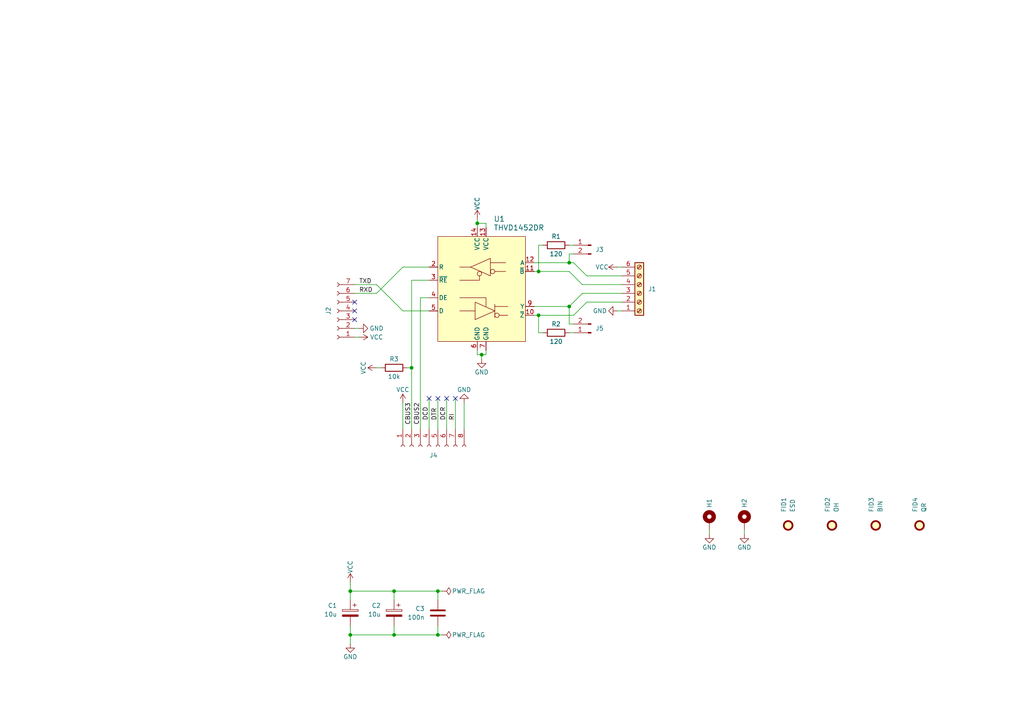
<source format=kicad_sch>
(kicad_sch (version 20230121) (generator eeschema)
  (paper "A4")
  (title_block (title "${acronym} - ${title}") (date "${date}") (rev "${revision}") (company "${company}") (comment 1 "${creator}") (comment 2 "${license}"))
  (lib_symbols
    (symbol "Connector:Conn_01x02_Pin" (pin_names (offset 1.016) hide)
      (property "Reference" "J" (at 0 2.54 0))
      (property "Value" "Conn_01x02_Pin" (at 0 -5.08 0))
      (symbol "Conn_01x02_Pin_1_1"
        (polyline (pts (xy 1.27 -2.54) (xy 0.8636 -2.54)) (stroke (width 0.1524)))
        (polyline (pts (xy 1.27 0) (xy 0.8636 0)) (stroke (width 0.1524)))
        (rectangle (start 0.8636 -2.413) (end 0 -2.667) (stroke (width 0.1524)) (fill (type outline)))
        (rectangle (start 0.8636 0.127) (end 0 -0.127) (stroke (width 0.1524)) (fill (type outline)))
        (pin passive line (at 5.08 0 180) (length 3.81) (name "Pin_1") (number "1"))
        (pin passive line (at 5.08 -2.54 180) (length 3.81) (name "Pin_2") (number "2"))
      )
    )
    (symbol "Connector:Conn_01x07_Socket" (pin_names (offset 1.016) hide)
      (property "Reference" "J" (at 0 10.16 0))
      (property "Value" "Conn_01x07_Socket" (at 0 -10.16 0))
      (symbol "Conn_01x07_Socket_1_1"
        (arc (start 0 -7.112) (mid -0.5058 -7.62) (end 0 -8.128) (stroke (width 0.1524)))
        (arc (start 0 -4.572) (mid -0.5058 -5.08) (end 0 -5.588) (stroke (width 0.1524)))
        (arc (start 0 -2.032) (mid -0.5058 -2.54) (end 0 -3.048) (stroke (width 0.1524)))
        (polyline (pts (xy -1.27 -7.62) (xy -0.508 -7.62)) (stroke (width 0.1524)))
        (polyline (pts (xy -1.27 -5.08) (xy -0.508 -5.08)) (stroke (width 0.1524)))
        (polyline (pts (xy -1.27 -2.54) (xy -0.508 -2.54)) (stroke (width 0.1524)))
        (polyline (pts (xy -1.27 0) (xy -0.508 0)) (stroke (width 0.1524)))
        (polyline (pts (xy -1.27 2.54) (xy -0.508 2.54)) (stroke (width 0.1524)))
        (polyline (pts (xy -1.27 5.08) (xy -0.508 5.08)) (stroke (width 0.1524)))
        (polyline (pts (xy -1.27 7.62) (xy -0.508 7.62)) (stroke (width 0.1524)))
        (arc (start 0 0.508) (mid -0.5058 0) (end 0 -0.508) (stroke (width 0.1524)))
        (arc (start 0 3.048) (mid -0.5058 2.54) (end 0 2.032) (stroke (width 0.1524)))
        (arc (start 0 5.588) (mid -0.5058 5.08) (end 0 4.572) (stroke (width 0.1524)))
        (arc (start 0 8.128) (mid -0.5058 7.62) (end 0 7.112) (stroke (width 0.1524)))
        (pin passive line (at -5.08 7.62 0) (length 3.81) (name "Pin_1") (number "1"))
        (pin passive line (at -5.08 5.08 0) (length 3.81) (name "Pin_2") (number "2"))
        (pin passive line (at -5.08 2.54 0) (length 3.81) (name "Pin_3") (number "3"))
        (pin passive line (at -5.08 0 0) (length 3.81) (name "Pin_4") (number "4"))
        (pin passive line (at -5.08 -2.54 0) (length 3.81) (name "Pin_5") (number "5"))
        (pin passive line (at -5.08 -5.08 0) (length 3.81) (name "Pin_6") (number "6"))
        (pin passive line (at -5.08 -7.62 0) (length 3.81) (name "Pin_7") (number "7"))
      )
    )
    (symbol "Connector:Conn_01x08_Socket" (pin_names (offset 1.016) hide)
      (property "Reference" "J" (at 0 10.16 0))
      (property "Value" "Conn_01x08_Socket" (at 0 -12.7 0))
      (symbol "Conn_01x08_Socket_1_1"
        (arc (start 0 -9.652) (mid -0.5058 -10.16) (end 0 -10.668) (stroke (width 0.1524)))
        (arc (start 0 -7.112) (mid -0.5058 -7.62) (end 0 -8.128) (stroke (width 0.1524)))
        (arc (start 0 -4.572) (mid -0.5058 -5.08) (end 0 -5.588) (stroke (width 0.1524)))
        (arc (start 0 -2.032) (mid -0.5058 -2.54) (end 0 -3.048) (stroke (width 0.1524)))
        (polyline (pts (xy -1.27 -10.16) (xy -0.508 -10.16)) (stroke (width 0.1524)))
        (polyline (pts (xy -1.27 -7.62) (xy -0.508 -7.62)) (stroke (width 0.1524)))
        (polyline (pts (xy -1.27 -5.08) (xy -0.508 -5.08)) (stroke (width 0.1524)))
        (polyline (pts (xy -1.27 -2.54) (xy -0.508 -2.54)) (stroke (width 0.1524)))
        (polyline (pts (xy -1.27 0) (xy -0.508 0)) (stroke (width 0.1524)))
        (polyline (pts (xy -1.27 2.54) (xy -0.508 2.54)) (stroke (width 0.1524)))
        (polyline (pts (xy -1.27 5.08) (xy -0.508 5.08)) (stroke (width 0.1524)))
        (polyline (pts (xy -1.27 7.62) (xy -0.508 7.62)) (stroke (width 0.1524)))
        (arc (start 0 0.508) (mid -0.5058 0) (end 0 -0.508) (stroke (width 0.1524)))
        (arc (start 0 3.048) (mid -0.5058 2.54) (end 0 2.032) (stroke (width 0.1524)))
        (arc (start 0 5.588) (mid -0.5058 5.08) (end 0 4.572) (stroke (width 0.1524)))
        (arc (start 0 8.128) (mid -0.5058 7.62) (end 0 7.112) (stroke (width 0.1524)))
        (pin passive line (at -5.08 7.62 0) (length 3.81) (name "Pin_1") (number "1"))
        (pin passive line (at -5.08 5.08 0) (length 3.81) (name "Pin_2") (number "2"))
        (pin passive line (at -5.08 2.54 0) (length 3.81) (name "Pin_3") (number "3"))
        (pin passive line (at -5.08 0 0) (length 3.81) (name "Pin_4") (number "4"))
        (pin passive line (at -5.08 -2.54 0) (length 3.81) (name "Pin_5") (number "5"))
        (pin passive line (at -5.08 -5.08 0) (length 3.81) (name "Pin_6") (number "6"))
        (pin passive line (at -5.08 -7.62 0) (length 3.81) (name "Pin_7") (number "7"))
        (pin passive line (at -5.08 -10.16 0) (length 3.81) (name "Pin_8") (number "8"))
      )
    )
    (symbol "Connector:Screw_Terminal_01x06" (pin_names (offset 1.016) hide)
      (property "Reference" "J" (at 0 7.62 0))
      (property "Value" "Screw_Terminal_01x06" (at 0 -10.16 0))
      (symbol "Screw_Terminal_01x06_1_1"
        (rectangle (start -1.27 6.35) (end 1.27 -8.89) (stroke (width 0.254)) (fill (type background)))
        (circle (center 0 -7.62) (radius 0.635) (stroke (width 0.1524)))
        (circle (center 0 -5.08) (radius 0.635) (stroke (width 0.1524)))
        (circle (center 0 -2.54) (radius 0.635) (stroke (width 0.1524)))
        (polyline (pts (xy -0.5334 -7.2898) (xy 0.3302 -8.128)) (stroke (width 0.1524)))
        (polyline (pts (xy -0.5334 -4.7498) (xy 0.3302 -5.588)) (stroke (width 0.1524)))
        (polyline (pts (xy -0.5334 -2.2098) (xy 0.3302 -3.048)) (stroke (width 0.1524)))
        (polyline (pts (xy -0.5334 0.3302) (xy 0.3302 -0.508)) (stroke (width 0.1524)))
        (polyline (pts (xy -0.5334 2.8702) (xy 0.3302 2.032)) (stroke (width 0.1524)))
        (polyline (pts (xy -0.5334 5.4102) (xy 0.3302 4.572)) (stroke (width 0.1524)))
        (polyline (pts (xy -0.3556 -7.112) (xy 0.508 -7.9502)) (stroke (width 0.1524)))
        (polyline (pts (xy -0.3556 -4.572) (xy 0.508 -5.4102)) (stroke (width 0.1524)))
        (polyline (pts (xy -0.3556 -2.032) (xy 0.508 -2.8702)) (stroke (width 0.1524)))
        (polyline (pts (xy -0.3556 0.508) (xy 0.508 -0.3302)) (stroke (width 0.1524)))
        (polyline (pts (xy -0.3556 3.048) (xy 0.508 2.2098)) (stroke (width 0.1524)))
        (polyline (pts (xy -0.3556 5.588) (xy 0.508 4.7498)) (stroke (width 0.1524)))
        (circle (center 0 0) (radius 0.635) (stroke (width 0.1524)))
        (circle (center 0 2.54) (radius 0.635) (stroke (width 0.1524)))
        (circle (center 0 5.08) (radius 0.635) (stroke (width 0.1524)))
        (pin passive line (at -5.08 5.08 0) (length 3.81) (name "Pin_1") (number "1"))
        (pin passive line (at -5.08 2.54 0) (length 3.81) (name "Pin_2") (number "2"))
        (pin passive line (at -5.08 0 0) (length 3.81) (name "Pin_3") (number "3"))
        (pin passive line (at -5.08 -2.54 0) (length 3.81) (name "Pin_4") (number "4"))
        (pin passive line (at -5.08 -5.08 0) (length 3.81) (name "Pin_5") (number "5"))
        (pin passive line (at -5.08 -7.62 0) (length 3.81) (name "Pin_6") (number "6"))
      )
    )
    (symbol "Device:C" (pin_numbers hide) (pin_names (offset 0.254))
      (property "Reference" "C" (at 0.635 2.54 0))
      (property "Value" "C" (at 0.635 -2.54 0))
      (symbol "C_0_1"
        (polyline (pts (xy -2.032 -0.762) (xy 2.032 -0.762)) (stroke (width 0.508)))
        (polyline (pts (xy -2.032 0.762) (xy 2.032 0.762)) (stroke (width 0.508)))
      )
      (symbol "C_1_1"
        (pin passive line (at 0 3.81 270) (length 2.794) (name "~") (number "1"))
        (pin passive line (at 0 -3.81 90) (length 2.794) (name "~") (number "2"))
      )
    )
    (symbol "Device:C_Polarized" (pin_numbers hide) (pin_names (offset 0.254))
      (property "Reference" "C" (at 0.635 2.54 0))
      (property "Value" "C_Polarized" (at 0.635 -2.54 0))
      (symbol "C_Polarized_0_1"
        (rectangle (start -2.286 0.508) (end 2.286 1.016))
        (polyline (pts (xy -1.778 2.286) (xy -0.762 2.286)))
        (polyline (pts (xy -1.27 2.794) (xy -1.27 1.778)))
        (rectangle (start 2.286 -0.508) (end -2.286 -1.016) (fill (type outline)))
      )
      (symbol "C_Polarized_1_1"
        (pin passive line (at 0 3.81 270) (length 2.794) (name "~") (number "1"))
        (pin passive line (at 0 -3.81 90) (length 2.794) (name "~") (number "2"))
      )
    )
    (symbol "Device:R" (pin_numbers hide) (pin_names (offset 0))
      (property "Reference" "R" (at 2.032 0 90))
      (property "Value" "R" (at 0 0 90))
      (symbol "R_0_1"
        (rectangle (start -1.016 -2.54) (end 1.016 2.54) (stroke (width 0.254)))
      )
      (symbol "R_1_1"
        (pin passive line (at 0 3.81 270) (length 1.27) (name "~") (number "1"))
        (pin passive line (at 0 -3.81 90) (length 1.27) (name "~") (number "2"))
      )
    )
    (symbol "Mechanical:Fiducial"
      (property "Reference" "FID" (at 0 5.08 0))
      (property "Value" "Fiducial" (at 0 3.175 0))
      (symbol "Fiducial_0_1"
        (circle (center 0 0) (radius 1.27) (stroke (width 0.508)) (fill (type background)))
      )
    )
    (symbol "Mechanical:MountingHole_Pad" (pin_numbers hide) (pin_names (offset 1.016) hide)
      (property "Reference" "H" (at 0 6.35 0))
      (property "Value" "MountingHole_Pad" (at 0 4.445 0))
      (symbol "MountingHole_Pad_0_1"
        (circle (center 0 1.27) (radius 1.27) (stroke (width 1.27)))
      )
      (symbol "MountingHole_Pad_1_1"
        (pin input line (at 0 -2.54 90) (length 2.54) (name "1") (number "1"))
      )
    )
    (symbol "power:GND" (power) (pin_names (offset 0))
      (property "Value" "GND" (at 0 -3.81 0))
      (symbol "GND_0_1"
        (polyline (pts (xy 0 0) (xy 0 -1.27) (xy 1.27 -1.27) (xy 0 -2.54) (xy -1.27 -1.27) (xy 0 -1.27)))
      )
      (symbol "GND_1_1"
        (pin power_in line (at 0 0 270) (length 0) hide (name "GND") (number "1"))
      )
    )
    (symbol "power:PWR_FLAG" (power) (pin_numbers hide) (pin_names (offset 0) hide)
      (property "Value" "PWR_FLAG" (at 0 3.81 0))
      (symbol "PWR_FLAG_0_0"
        (pin power_out line (at 0 0 90) (length 0) (name "pwr") (number "1"))
      )
      (symbol "PWR_FLAG_0_1"
        (polyline (pts (xy 0 0) (xy 0 1.27) (xy -1.016 1.905) (xy 0 2.54) (xy 1.016 1.905) (xy 0 1.27)))
      )
    )
    (symbol "power:VCC" (power) (pin_names (offset 0))
      (property "Value" "VCC" (at 0 3.81 0))
      (symbol "VCC_0_1"
        (polyline (pts (xy -0.762 1.27) (xy 0 2.54)))
        (polyline (pts (xy 0 0) (xy 0 2.54)))
        (polyline (pts (xy 0 2.54) (xy 0.762 1.27)))
      )
      (symbol "VCC_1_1"
        (pin power_in line (at 0 0 90) (length 0) hide (name "VCC") (number "1"))
      )
    )
    (symbol "rs485:THVD1452DR" (pin_names (offset 0.254))
      (property "Reference" "U" (at 15.875 42.545 0))
      (property "Value" "THVD1452DR" (at 15.875 42.545 0))
      (symbol "THVD1452DR_1_1"
        (rectangle (start -12.7 15.24) (end 12.7 -15.24) (fill (type background)))
        (circle (center -0.635 4.445) (radius 0.635))
        (polyline (pts (xy -6.35 -6.35) (xy -1.905 -6.35)))
        (polyline (pts (xy -3.175 6.35) (xy -6.35 6.35)))
        (polyline (pts (xy 3.81 -4.445) (xy 3.81 -8.255)))
        (polyline (pts (xy 6.985 5.08) (xy 3.81 5.08)))
        (polyline (pts (xy 6.985 7.62) (xy 2.54 7.62)))
        (polyline (pts (xy 7.62 -7.62) (xy 5.08 -7.62)))
        (polyline (pts (xy 7.62 -5.08) (xy 3.81 -5.08)))
        (polyline (pts (xy -0.635 3.81) (xy -0.635 2.54) (xy -6.35 2.54)))
        (polyline (pts (xy 1.27 -5.08) (xy 1.27 -2.54) (xy -6.35 -2.54)))
        (polyline (pts (xy -3.175 6.35) (xy 2.54 8.89) (xy 2.54 3.81) (xy -3.175 6.35)))
        (polyline (pts (xy 3.81 -6.35) (xy -1.905 -8.89) (xy -1.905 -3.81) (xy 3.81 -6.35)))
        (circle (center 3.175 5.08) (radius 0.635))
        (circle (center 4.445 -7.62) (radius 0.635))
        (pin no_connect line (at -17.78 -10.16 0) (length 5.08) hide (name "NC") (number "1"))
        (pin output line (at 15.24 -7.62 180) (length 2.54) (name "~{Z}") (number "10"))
        (pin input line (at 15.24 5.08 180) (length 2.54) (name "~{B}") (number "11"))
        (pin input line (at 15.24 7.62 180) (length 2.54) (name "A") (number "12"))
        (pin power_in line (at 1.27 17.78 270) (length 2.54) (name "VCC") (number "13"))
        (pin power_in line (at -1.27 17.78 270) (length 2.54) (name "VCC") (number "14"))
        (pin output line (at -15.24 6.35 0) (length 2.54) (name "R") (number "2"))
        (pin input line (at -15.24 2.54 0) (length 2.54) (name "~{RE}") (number "3"))
        (pin input line (at -15.24 -2.54 0) (length 2.54) (name "DE") (number "4"))
        (pin input line (at -15.24 -6.35 0) (length 2.54) (name "D") (number "5"))
        (pin power_in line (at -1.27 -17.78 90) (length 2.54) (name "GND") (number "6"))
        (pin power_in line (at 1.27 -17.78 90) (length 2.54) (name "GND") (number "7"))
        (pin no_connect line (at -17.78 -12.7 0) (length 5.08) hide (name "NC") (number "8"))
        (pin output line (at 15.24 -5.08 180) (length 2.54) (name "Y") (number "9"))
      )
    )
  )
  (junction (at 114.3 171.45))
  (junction (at 119.38 106.68))
  (junction (at 127 184.15))
  (junction (at 165.1 76.2))
  (junction (at 165.1 88.9))
  (junction (at 138.43 64.77))
  (junction (at 156.21 78.74))
  (junction (at 101.6 171.45))
  (junction (at 127 171.45))
  (junction (at 114.3 184.15))
  (junction (at 101.6 184.15))
  (junction (at 139.7 102.87))
  (junction (at 156.21 91.44))
  (no_connect (at 102.87 90.17))
  (no_connect (at 102.87 87.63))
  (no_connect (at 127 115.57))
  (no_connect (at 129.54 115.57))
  (no_connect (at 124.46 115.57))
  (no_connect (at 132.08 115.57))
  (no_connect (at 102.87 92.71))
  (wire (pts (xy 138.43 101.6) (xy 138.43 102.87)))
  (wire (pts (xy 205.74 154.94) (xy 205.74 153.67)))
  (wire (pts (xy 129.54 115.57) (xy 129.54 124.46)))
  (wire (pts (xy 170.18 87.63) (xy 180.34 87.63)))
  (wire (pts (xy 101.6 171.45) (xy 114.3 171.45)))
  (wire (pts (xy 119.38 106.68) (xy 119.38 124.46)))
  (wire (pts (xy 109.22 82.55) (xy 116.84 90.17)))
  (wire (pts (xy 168.91 82.55) (xy 180.34 82.55)))
  (wire (pts (xy 215.9 154.94) (xy 215.9 153.67)))
  (wire (pts (xy 102.87 95.25) (xy 104.14 95.25)))
  (wire (pts (xy 138.43 64.77) (xy 140.97 64.77)))
  (wire (pts (xy 165.1 76.2) (xy 166.37 76.2)))
  (wire (pts (xy 156.21 71.12) (xy 156.21 78.74)))
  (wire (pts (xy 139.7 102.87) (xy 140.97 102.87)))
  (wire (pts (xy 104.14 97.79) (xy 102.87 97.79)))
  (wire (pts (xy 114.3 171.45) (xy 127 171.45)))
  (wire (pts (xy 154.94 91.44) (xy 156.21 91.44)))
  (wire (pts (xy 101.6 181.61) (xy 101.6 184.15)))
  (wire (pts (xy 139.7 104.14) (xy 139.7 102.87)))
  (wire (pts (xy 109.22 106.68) (xy 110.49 106.68)))
  (wire (pts (xy 134.62 124.46) (xy 134.62 116.84)))
  (wire (pts (xy 116.84 116.84) (xy 116.84 124.46)))
  (wire (pts (xy 128.27 171.45) (xy 127 171.45)))
  (wire (pts (xy 138.43 102.87) (xy 139.7 102.87)))
  (wire (pts (xy 121.92 86.36) (xy 121.92 124.46)))
  (wire (pts (xy 156.21 91.44) (xy 166.37 91.44)))
  (wire (pts (xy 114.3 181.61) (xy 114.3 184.15)))
  (wire (pts (xy 165.1 73.66) (xy 165.1 76.2)))
  (wire (pts (xy 165.1 96.52) (xy 166.37 96.52)))
  (wire (pts (xy 101.6 168.91) (xy 101.6 171.45)))
  (wire (pts (xy 165.1 88.9) (xy 165.1 93.98)))
  (wire (pts (xy 156.21 71.12) (xy 157.48 71.12)))
  (wire (pts (xy 114.3 184.15) (xy 127 184.15)))
  (wire (pts (xy 109.22 85.09) (xy 116.84 77.47)))
  (wire (pts (xy 154.94 78.74) (xy 156.21 78.74)))
  (wire (pts (xy 156.21 91.44) (xy 156.21 96.52)))
  (wire (pts (xy 119.38 81.28) (xy 119.38 106.68)))
  (wire (pts (xy 165.1 93.98) (xy 166.37 93.98)))
  (wire (pts (xy 138.43 63.5) (xy 138.43 64.77)))
  (wire (pts (xy 101.6 171.45) (xy 101.6 173.99)))
  (wire (pts (xy 116.84 90.17) (xy 124.46 90.17)))
  (wire (pts (xy 170.18 80.01) (xy 180.34 80.01)))
  (wire (pts (xy 128.27 184.15) (xy 127 184.15)))
  (wire (pts (xy 166.37 76.2) (xy 170.18 80.01)))
  (wire (pts (xy 101.6 184.15) (xy 114.3 184.15)))
  (wire (pts (xy 168.91 85.09) (xy 180.34 85.09)))
  (wire (pts (xy 179.07 90.17) (xy 180.34 90.17)))
  (wire (pts (xy 166.37 91.44) (xy 170.18 87.63)))
  (wire (pts (xy 165.1 88.9) (xy 168.91 85.09)))
  (wire (pts (xy 138.43 64.77) (xy 138.43 66.04)))
  (wire (pts (xy 154.94 88.9) (xy 165.1 88.9)))
  (wire (pts (xy 179.07 77.47) (xy 180.34 77.47)))
  (wire (pts (xy 132.08 115.57) (xy 132.08 124.46)))
  (wire (pts (xy 119.38 81.28) (xy 124.46 81.28)))
  (wire (pts (xy 127 173.99) (xy 127 171.45)))
  (wire (pts (xy 102.87 82.55) (xy 109.22 82.55)))
  (wire (pts (xy 165.1 78.74) (xy 168.91 82.55)))
  (wire (pts (xy 127 115.57) (xy 127 124.46)))
  (wire (pts (xy 127 181.61) (xy 127 184.15)))
  (wire (pts (xy 165.1 71.12) (xy 166.37 71.12)))
  (wire (pts (xy 165.1 73.66) (xy 166.37 73.66)))
  (wire (pts (xy 154.94 76.2) (xy 165.1 76.2)))
  (wire (pts (xy 101.6 184.15) (xy 101.6 186.69)))
  (wire (pts (xy 116.84 77.47) (xy 124.46 77.47)))
  (wire (pts (xy 140.97 66.04) (xy 140.97 64.77)))
  (wire (pts (xy 156.21 78.74) (xy 165.1 78.74)))
  (wire (pts (xy 121.92 86.36) (xy 124.46 86.36)))
  (wire (pts (xy 118.11 106.68) (xy 119.38 106.68)))
  (wire (pts (xy 140.97 101.6) (xy 140.97 102.87)))
  (wire (pts (xy 114.3 171.45) (xy 114.3 173.99)))
  (wire (pts (xy 124.46 115.57) (xy 124.46 124.46)))
  (wire (pts (xy 102.87 85.09) (xy 109.22 85.09)))
  (wire (pts (xy 156.21 96.52) (xy 157.48 96.52)))
  (label "DCD" (at 124.46 121.92 90))
  (label "RXD" (at 104.14 85.09 0))
  (label "TXD" (at 104.14 82.55 0))
  (label "CBUS3" (at 119.38 123.19 90))
  (label "CBUS2" (at 121.92 123.19 90))
  (label "DTR" (at 127 121.92 90))
  (label "RI" (at 132.08 121.92 90))
  (label "DCR" (at 129.54 121.92 90))
  (symbol (lib_id "power:VCC") (at 179.07 77.47 90) (unit 1)
    (property "Reference" "#PWR010" (effects hide))
    (property "Value" "VCC" (at 176.53 77.47 90) (effects (justify left)))
  )
  (symbol (lib_id "Device:R") (at 114.3 106.68 90) (mirror x) (unit 1)
    (property "Reference" "R3" (at 114.3 104.14 90))
    (property "Value" "10k" (at 114.3 109.22 90))
    (property "Footprint" "Resistor_SMD:R_1206_3216Metric" (effects hide))
    (property "Vendor" "HTL" (effects hide))
    (property "VendorId" "102967" (effects hide))
  )
  (symbol (lib_id "Mechanical:MountingHole_Pad") (at 215.9 151.13 0) (unit 1)
    (property "Reference" "H2" (at 215.9 147.32 90) (effects (justify left)))
    (property "Value" "MountingHole_Pad" (effects hide))
    (property "Footprint" "MountingHole:MountingHole_2.7mm_M2.5_Pad" (effects hide))
    (property "Vendor" "HTL" (effects hide))
    (property "VendorId" "100991, 100993, 103622" (effects hide))
  )
  (symbol (lib_id "Device:R") (at 161.29 96.52 90) (mirror x) (unit 1)
    (property "Reference" "R2" (at 161.29 93.98 90))
    (property "Value" "120" (at 161.29 99.06 90))
    (property "Footprint" "Resistor_SMD:R_1206_3216Metric" (effects hide))
    (property "Vendor" "HTL" (effects hide))
    (property "VendorId" "102933" (effects hide))
  )
  (symbol (lib_id "Mechanical:Fiducial") (at 254 152.4 0) (unit 1)
    (property "Reference" "FID3" (at 252.73 148.59 90) (effects (justify left)))
    (property "Value" "BIN" (at 255.27 148.59 90) (effects (justify left)))
    (property "Footprint" "Symbol:WEEE-Logo_4.2x6mm_SilkScreen" (effects hide))
  )
  (symbol (lib_id "Connector:Conn_01x02_Pin") (at 171.45 71.12 0) (mirror y) (unit 1)
    (property "Reference" "J3" (at 172.72 72.39 0) (effects (justify right)))
    (property "Value" "Conn_01x02_Pin" (effects hide))
    (property "Footprint" "Connector_PinHeader_2.54mm:PinHeader_1x02_P2.54mm_Vertical" (effects hide))
    (property "Vendor" "HTL" (effects hide))
    (property "VendorId" "101521" (effects hide))
  )
  (symbol (lib_id "Connector:Screw_Terminal_01x06") (at 185.42 85.09 0) (mirror x) (unit 1)
    (property "Reference" "J1" (at 187.96 83.82 0) (effects (justify left)))
    (property "Value" "Screw_Terminal_01x06" (effects hide))
    (property "Footprint" "TerminalBlock_Phoenix:TerminalBlock_Phoenix_PT-1,5-6-3.5-H_1x06_P3.50mm_Horizontal" (effects hide))
    (property "Vendor" "HTL" (effects hide))
    (property "VendorId" "103639" (effects hide))
  )
  (symbol (lib_id "Mechanical:Fiducial") (at 228.6 152.4 0) (unit 1)
    (property "Reference" "FID1" (at 227.33 148.59 90) (effects (justify left)))
    (property "Value" "ESD" (at 229.87 148.59 90) (effects (justify left)))
    (property "Footprint" "Symbol:ESD-Logo_6.6x6mm_SilkScreen" (effects hide))
  )
  (symbol (lib_id "power:GND") (at 104.14 95.25 90) (unit 1)
    (property "Reference" "#PWR05" (effects hide))
    (property "Value" "GND" (at 109.22 95.25 90))
  )
  (symbol (lib_id "Mechanical:Fiducial") (at 266.7 152.4 0) (unit 1)
    (property "Reference" "FID4" (at 265.43 148.59 90) (effects (justify left)))
    (property "Value" "QR" (at 267.97 148.59 90) (effects (justify left)))
    (property "Footprint" "Images:QR_0x007e" (effects hide))
  )
  (symbol (lib_id "power:GND") (at 215.9 154.94 0) (unit 1)
    (property "Reference" "#PWR012" (effects hide))
    (property "Value" "GND" (at 215.9 158.75 0))
  )
  (symbol (lib_id "Device:C_Polarized") (at 101.6 177.8 0) (mirror y) (unit 1)
    (property "Reference" "C1" (at 97.79 175.641 0) (effects (justify left)))
    (property "Value" "10u" (at 97.79 178.181 0) (effects (justify left)))
    (property "Footprint" "Capacitor_Tantalum_SMD:CP_EIA-6032-28_Kemet-C" (effects hide))
    (property "Vendor" "HTL" (effects hide))
    (property "VendorId" "100140" (effects hide))
  )
  (symbol (lib_id "Device:C_Polarized") (at 114.3 177.8 0) (mirror y) (unit 1)
    (property "Reference" "C2" (at 110.49 175.641 0) (effects (justify left)))
    (property "Value" "10u" (at 110.49 178.181 0) (effects (justify left)))
    (property "Footprint" "Capacitor_Tantalum_SMD:CP_EIA-6032-28_Kemet-C" (effects hide))
    (property "Vendor" "HTL" (effects hide))
    (property "VendorId" "100140" (effects hide))
  )
  (symbol (lib_id "Mechanical:Fiducial") (at 241.3 152.4 0) (unit 1)
    (property "Reference" "FID2" (at 240.03 148.59 90) (effects (justify left)))
    (property "Value" "OH" (at 242.57 148.59 90) (effects (justify left)))
    (property "Footprint" "Symbol:OSHW-Logo_5.7x6mm_SilkScreen" (effects hide))
  )
  (symbol (lib_id "power:VCC") (at 116.84 116.84 0) (mirror y) (unit 1)
    (property "Reference" "#PWR03" (effects hide))
    (property "Value" "VCC" (at 118.745 113.03 0) (effects (justify left)))
  )
  (symbol (lib_id "power:PWR_FLAG") (at 128.27 184.15 270) (unit 1)
    (property "Reference" "#FLG02" (effects hide))
    (property "Value" "PWR_FLAG" (at 135.89 184.15 90))
  )
  (symbol (lib_id "power:GND") (at 101.6 186.69 0) (unit 1)
    (property "Reference" "#PWR02" (effects hide))
    (property "Value" "GND" (at 101.6 190.5 0))
  )
  (symbol (lib_id "Connector:Conn_01x02_Pin") (at 171.45 96.52 180) (unit 1)
    (property "Reference" "J5" (at 172.72 95.25 0) (effects (justify right)))
    (property "Value" "Conn_01x02_Pin" (effects hide))
    (property "Footprint" "Connector_PinHeader_2.54mm:PinHeader_1x02_P2.54mm_Vertical" (effects hide))
    (property "Vendor" "HTL" (effects hide))
    (property "VendorId" "101521" (effects hide))
  )
  (symbol (lib_id "Mechanical:MountingHole_Pad") (at 205.74 151.13 0) (unit 1)
    (property "Reference" "H1" (at 205.74 147.32 90) (effects (justify left)))
    (property "Value" "MountingHole_Pad" (effects hide))
    (property "Footprint" "MountingHole:MountingHole_2.7mm_M2.5_Pad" (effects hide))
    (property "Vendor" "HTL" (effects hide))
    (property "VendorId" "100991, 100993, 103622" (effects hide))
  )
  (symbol (lib_id "Device:C") (at 127 177.8 0) (mirror x) (unit 1)
    (property "Reference" "C3" (at 123.19 176.53 0) (effects (justify right)))
    (property "Value" "100n" (at 123.19 179.07 0) (effects (justify right)))
    (property "Footprint" "Capacitor_SMD:C_1206_3216Metric" (effects hide))
    (property "Vendor" "HTL" (effects hide))
    (property "VendorId" "100128" (effects hide))
  )
  (symbol (lib_id "power:VCC") (at 104.14 97.79 270) (unit 1)
    (property "Reference" "#PWR04" (effects hide))
    (property "Value" "VCC" (at 109.22 97.79 90))
  )
  (symbol (lib_id "power:PWR_FLAG") (at 128.27 171.45 270) (unit 1)
    (property "Reference" "#FLG01" (effects hide))
    (property "Value" "PWR_FLAG" (at 135.89 171.45 90))
  )
  (symbol (lib_id "power:VCC") (at 101.6 168.91 0) (unit 1)
    (property "Reference" "#PWR01" (effects hide))
    (property "Value" "VCC" (at 101.6 166.37 90) (effects (justify left)))
  )
  (symbol (lib_id "Device:R") (at 161.29 71.12 90) (unit 1)
    (property "Reference" "R1" (at 161.29 68.58 90))
    (property "Value" "120" (at 161.29 73.66 90))
    (property "Footprint" "Resistor_SMD:R_1206_3216Metric" (effects hide))
    (property "Vendor" "HTL" (effects hide))
    (property "VendorId" "102933" (effects hide))
  )
  (symbol (lib_id "power:GND") (at 179.07 90.17 270) (unit 1)
    (property "Reference" "#PWR011" (effects hide))
    (property "Value" "GND" (at 173.99 90.17 90))
  )
  (symbol (lib_id "power:VCC") (at 109.22 106.68 90) (mirror x) (unit 1)
    (property "Reference" "#PWR013" (effects hide))
    (property "Value" "VCC" (at 105.41 104.775 0) (effects (justify left)))
  )
  (symbol (lib_id "power:VCC") (at 138.43 63.5 0) (unit 1)
    (property "Reference" "#PWR07" (effects hide))
    (property "Value" "VCC" (at 138.43 60.96 90) (effects (justify left)))
  )
  (symbol (lib_id "power:GND") (at 134.62 116.84 0) (mirror x) (unit 1)
    (property "Reference" "#PWR06" (effects hide))
    (property "Value" "GND" (at 134.62 113.03 0))
  )
  (symbol (lib_id "Connector:Conn_01x08_Socket") (at 124.46 129.54 90) (mirror x) (unit 1)
    (property "Reference" "J4" (at 125.73 132.08 90))
    (property "Value" "Conn_01x08_Socket" (effects hide))
    (property "Footprint" "Connector_PinSocket_2.54mm:PinSocket_1x08_P2.54mm_Vertical" (effects hide))
    (property "Vendor" "HTL" (effects hide))
    (property "VendorId" "101546" (effects hide))
  )
  (symbol (lib_id "Connector:Conn_01x07_Socket") (at 97.79 90.17 180) (unit 1)
    (property "Reference" "J2" (at 95.25 90.17 90))
    (property "Value" "Conn_01x07_Socket" (effects hide))
    (property "Footprint" "Connector_PinSocket_2.54mm:PinSocket_1x07_P2.54mm_Vertical" (effects hide))
    (property "Vendor" "HTL" (effects hide))
    (property "VendorId" "101546" (effects hide))
  )
  (symbol (lib_id "power:GND") (at 139.7 104.14 0) (unit 1)
    (property "Reference" "#PWR08" (effects hide))
    (property "Value" "GND" (at 139.7 107.95 0))
  )
  (symbol (lib_id "rs485:THVD1452DR") (at 139.7 83.82 0) (unit 1)
    (property "Reference" "U1" (at 143.1641 63.5 0) (effects (font (size 1.524 1.524)) (justify left)))
    (property "Value" "THVD1452DR" (at 143.1641 66.04 0) (effects (font (size 1.524 1.524)) (justify left)))
    (property "Footprint" "Package_SO:SOIC-14_3.9x8.7mm_P1.27mm" (effects hide))
    (property "Datasheet" "https://www.ti.com/lit/gpn/thvd1452" (effects hide))
    (property "Vendor" "HTL" (effects hide))
    (property "VendorId" "103640" (effects hide))
  )
  (symbol (lib_id "power:GND") (at 205.74 154.94 0) (unit 1)
    (property "Reference" "#PWR09" (effects hide))
    (property "Value" "GND" (at 205.74 158.75 0))
  )
)
</source>
